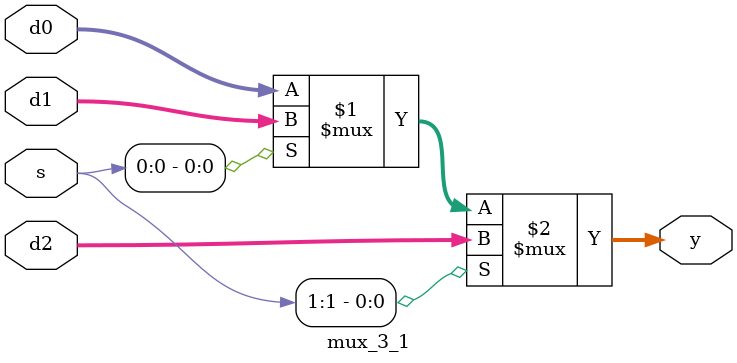
<source format=v>
module mux_3_1 (
	input  [1:0] s,
	input  [2:0] d0, 
	input  [2:0] d1,
	input  [2:0] d2,  
	output [2:0] y
);

assign y = s [1] ? d2 : (s[0] ? d1 : d0);

endmodule

</source>
